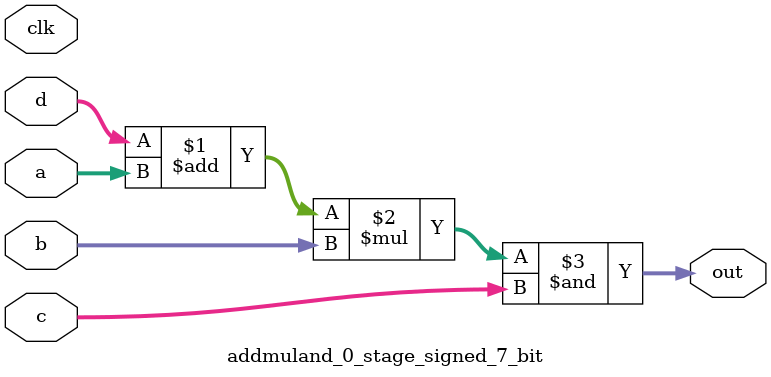
<source format=sv>
(* use_dsp = "yes" *) module addmuland_0_stage_signed_7_bit(
	input signed [6:0] a,
	input signed [6:0] b,
	input signed [6:0] c,
	input signed [6:0] d,
	output [6:0] out,
	input clk);

	assign out = ((d + a) * b) & c;
endmodule

</source>
